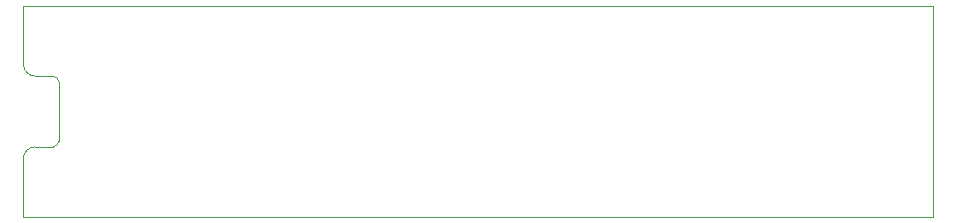
<source format=gbr>
%TF.GenerationSoftware,KiCad,Pcbnew,(6.0.0)*%
%TF.CreationDate,2022-03-29T17:15:08-07:00*%
%TF.ProjectId,ELW2106AA-breakout-board,454c5732-3130-4364-9141-2d627265616b,rev?*%
%TF.SameCoordinates,Original*%
%TF.FileFunction,Profile,NP*%
%FSLAX46Y46*%
G04 Gerber Fmt 4.6, Leading zero omitted, Abs format (unit mm)*
G04 Created by KiCad (PCBNEW (6.0.0)) date 2022-03-29 17:15:08*
%MOMM*%
%LPD*%
G01*
G04 APERTURE LIST*
%TA.AperFunction,Profile*%
%ADD10C,0.100000*%
%TD*%
G04 APERTURE END LIST*
D10*
X165700000Y-81900000D02*
X88700000Y-81900000D01*
X91700000Y-88350000D02*
X91700000Y-93350000D01*
X91200000Y-93850000D02*
G75*
G03*
X91700000Y-93350000I-1J500001D01*
G01*
X88700000Y-99800000D02*
X165700000Y-99800000D01*
X91200000Y-93850000D02*
X89700000Y-93850000D01*
X91700000Y-88350000D02*
G75*
G03*
X91200000Y-87850000I-500001J-1D01*
G01*
X88700000Y-99800000D02*
X88700000Y-94850000D01*
X165700000Y-99800000D02*
X165700000Y-81900000D01*
X91200000Y-87850000D02*
X89700000Y-87850000D01*
X89700000Y-93850000D02*
G75*
G03*
X88700000Y-94850000I-1J-999999D01*
G01*
X88700000Y-86850000D02*
G75*
G03*
X89700000Y-87850000I999999J-1D01*
G01*
X88700000Y-86850000D02*
X88700000Y-81900000D01*
M02*

</source>
